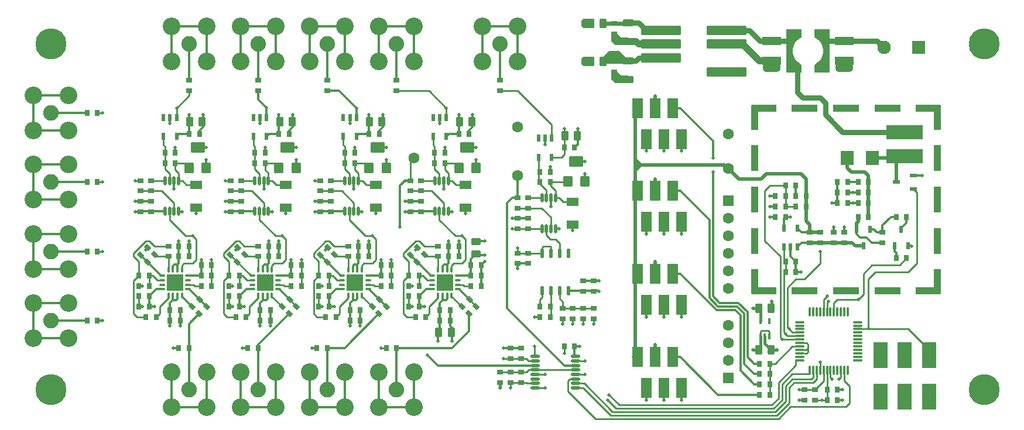
<source format=gtl>
G04*
G04 #@! TF.GenerationSoftware,Altium Limited,Altium Designer,20.1.14 (287)*
G04*
G04 Layer_Physical_Order=1*
G04 Layer_Color=25308*
%FSLAX43Y43*%
%MOMM*%
G71*
G04*
G04 #@! TF.SameCoordinates,785F46E0-C1C1-4AA7-83CD-D68E938E2BB6*
G04*
G04*
G04 #@! TF.FilePolarity,Positive*
G04*
G01*
G75*
%ADD10C,0.500*%
%ADD12C,0.600*%
%ADD13C,0.250*%
%ADD17R,1.500X3.000*%
G04:AMPARAMS|DCode=18|XSize=0.9mm|YSize=0.7mm|CornerRadius=0.105mm|HoleSize=0mm|Usage=FLASHONLY|Rotation=90.000|XOffset=0mm|YOffset=0mm|HoleType=Round|Shape=RoundedRectangle|*
%AMROUNDEDRECTD18*
21,1,0.900,0.490,0,0,90.0*
21,1,0.690,0.700,0,0,90.0*
1,1,0.210,0.245,0.345*
1,1,0.210,0.245,-0.345*
1,1,0.210,-0.245,-0.345*
1,1,0.210,-0.245,0.345*
%
%ADD18ROUNDEDRECTD18*%
G04:AMPARAMS|DCode=19|XSize=0.9mm|YSize=0.7mm|CornerRadius=0.105mm|HoleSize=0mm|Usage=FLASHONLY|Rotation=0.000|XOffset=0mm|YOffset=0mm|HoleType=Round|Shape=RoundedRectangle|*
%AMROUNDEDRECTD19*
21,1,0.900,0.490,0,0,0.0*
21,1,0.690,0.700,0,0,0.0*
1,1,0.210,0.345,-0.245*
1,1,0.210,-0.345,-0.245*
1,1,0.210,-0.345,0.245*
1,1,0.210,0.345,0.245*
%
%ADD19ROUNDEDRECTD19*%
%ADD20R,0.600X1.000*%
G04:AMPARAMS|DCode=21|XSize=3.8mm|YSize=2.1mm|CornerRadius=0.21mm|HoleSize=0mm|Usage=FLASHONLY|Rotation=270.000|XOffset=0mm|YOffset=0mm|HoleType=Round|Shape=RoundedRectangle|*
%AMROUNDEDRECTD21*
21,1,3.800,1.680,0,0,270.0*
21,1,3.380,2.100,0,0,270.0*
1,1,0.420,-0.840,-1.690*
1,1,0.420,-0.840,1.690*
1,1,0.420,0.840,1.690*
1,1,0.420,0.840,-1.690*
%
%ADD21ROUNDEDRECTD21*%
G04:AMPARAMS|DCode=22|XSize=1.4mm|YSize=1mm|CornerRadius=0.15mm|HoleSize=0mm|Usage=FLASHONLY|Rotation=270.000|XOffset=0mm|YOffset=0mm|HoleType=Round|Shape=RoundedRectangle|*
%AMROUNDEDRECTD22*
21,1,1.400,0.700,0,0,270.0*
21,1,1.100,1.000,0,0,270.0*
1,1,0.300,-0.350,-0.550*
1,1,0.300,-0.350,0.550*
1,1,0.300,0.350,0.550*
1,1,0.300,0.350,-0.550*
%
%ADD22ROUNDEDRECTD22*%
G04:AMPARAMS|DCode=23|XSize=1.6mm|YSize=1.1mm|CornerRadius=0.165mm|HoleSize=0mm|Usage=FLASHONLY|Rotation=180.000|XOffset=0mm|YOffset=0mm|HoleType=Round|Shape=RoundedRectangle|*
%AMROUNDEDRECTD23*
21,1,1.600,0.770,0,0,180.0*
21,1,1.270,1.100,0,0,180.0*
1,1,0.330,-0.635,0.385*
1,1,0.330,0.635,0.385*
1,1,0.330,0.635,-0.385*
1,1,0.330,-0.635,-0.385*
%
%ADD23ROUNDEDRECTD23*%
%ADD24R,1.000X3.800*%
%ADD25R,1.000X3.570*%
%ADD26R,3.570X1.000*%
%ADD27R,3.800X1.000*%
G04:AMPARAMS|DCode=28|XSize=1.6mm|YSize=1.3mm|CornerRadius=0.13mm|HoleSize=0mm|Usage=FLASHONLY|Rotation=270.000|XOffset=0mm|YOffset=0mm|HoleType=Round|Shape=RoundedRectangle|*
%AMROUNDEDRECTD28*
21,1,1.600,1.040,0,0,270.0*
21,1,1.340,1.300,0,0,270.0*
1,1,0.260,-0.520,-0.670*
1,1,0.260,-0.520,0.670*
1,1,0.260,0.520,0.670*
1,1,0.260,0.520,-0.670*
%
%ADD28ROUNDEDRECTD28*%
G04:AMPARAMS|DCode=29|XSize=1.6mm|YSize=2mm|CornerRadius=0.16mm|HoleSize=0mm|Usage=FLASHONLY|Rotation=270.000|XOffset=0mm|YOffset=0mm|HoleType=Round|Shape=RoundedRectangle|*
%AMROUNDEDRECTD29*
21,1,1.600,1.680,0,0,270.0*
21,1,1.280,2.000,0,0,270.0*
1,1,0.320,-0.840,-0.640*
1,1,0.320,-0.840,0.640*
1,1,0.320,0.840,0.640*
1,1,0.320,0.840,-0.640*
%
%ADD29ROUNDEDRECTD29*%
%ADD30O,1.450X0.450*%
%ADD31R,0.400X0.900*%
G04:AMPARAMS|DCode=32|XSize=1.4mm|YSize=1mm|CornerRadius=0.15mm|HoleSize=0mm|Usage=FLASHONLY|Rotation=0.000|XOffset=0mm|YOffset=0mm|HoleType=Round|Shape=RoundedRectangle|*
%AMROUNDEDRECTD32*
21,1,1.400,0.700,0,0,0.0*
21,1,1.100,1.000,0,0,0.0*
1,1,0.300,0.550,-0.350*
1,1,0.300,-0.550,-0.350*
1,1,0.300,-0.550,0.350*
1,1,0.300,0.550,0.350*
%
%ADD32ROUNDEDRECTD32*%
%ADD33O,1.450X0.300*%
%ADD34O,0.300X1.450*%
G04:AMPARAMS|DCode=35|XSize=5.7mm|YSize=1.4mm|CornerRadius=0.14mm|HoleSize=0mm|Usage=FLASHONLY|Rotation=0.000|XOffset=0mm|YOffset=0mm|HoleType=Round|Shape=RoundedRectangle|*
%AMROUNDEDRECTD35*
21,1,5.700,1.120,0,0,0.0*
21,1,5.420,1.400,0,0,0.0*
1,1,0.280,2.710,-0.560*
1,1,0.280,-2.710,-0.560*
1,1,0.280,-2.710,0.560*
1,1,0.280,2.710,0.560*
%
%ADD35ROUNDEDRECTD35*%
%ADD36O,0.450X1.350*%
%ADD37O,0.500X1.450*%
G04:AMPARAMS|DCode=38|XSize=0.3mm|YSize=0.8mm|CornerRadius=0.075mm|HoleSize=0mm|Usage=FLASHONLY|Rotation=270.000|XOffset=0mm|YOffset=0mm|HoleType=Round|Shape=RoundedRectangle|*
%AMROUNDEDRECTD38*
21,1,0.300,0.650,0,0,270.0*
21,1,0.150,0.800,0,0,270.0*
1,1,0.150,-0.325,-0.075*
1,1,0.150,-0.325,0.075*
1,1,0.150,0.325,0.075*
1,1,0.150,0.325,-0.075*
%
%ADD38ROUNDEDRECTD38*%
G04:AMPARAMS|DCode=39|XSize=0.3mm|YSize=0.8mm|CornerRadius=0.075mm|HoleSize=0mm|Usage=FLASHONLY|Rotation=180.000|XOffset=0mm|YOffset=0mm|HoleType=Round|Shape=RoundedRectangle|*
%AMROUNDEDRECTD39*
21,1,0.300,0.650,0,0,180.0*
21,1,0.150,0.800,0,0,180.0*
1,1,0.150,-0.075,0.325*
1,1,0.150,0.075,0.325*
1,1,0.150,0.075,-0.325*
1,1,0.150,-0.075,-0.325*
%
%ADD39ROUNDEDRECTD39*%
%ADD40R,2.350X2.350*%
G04:AMPARAMS|DCode=41|XSize=0.9mm|YSize=0.7mm|CornerRadius=0.105mm|HoleSize=0mm|Usage=FLASHONLY|Rotation=135.000|XOffset=0mm|YOffset=0mm|HoleType=Round|Shape=RoundedRectangle|*
%AMROUNDEDRECTD41*
21,1,0.900,0.490,0,0,135.0*
21,1,0.690,0.700,0,0,135.0*
1,1,0.210,-0.071,0.417*
1,1,0.210,0.417,-0.071*
1,1,0.210,0.071,-0.417*
1,1,0.210,-0.417,0.071*
%
%ADD41ROUNDEDRECTD41*%
%ADD42R,1.000X0.600*%
%ADD43R,1.750X1.200*%
%ADD44R,5.300X2.000*%
%ADD45R,1.950X2.150*%
G04:AMPARAMS|DCode=46|XSize=2.75mm|YSize=1.25mm|CornerRadius=0.188mm|HoleSize=0mm|Usage=FLASHONLY|Rotation=180.000|XOffset=0mm|YOffset=0mm|HoleType=Round|Shape=RoundedRectangle|*
%AMROUNDEDRECTD46*
21,1,2.750,0.875,0,0,180.0*
21,1,2.375,1.250,0,0,180.0*
1,1,0.375,-1.188,0.438*
1,1,0.375,1.188,0.438*
1,1,0.375,1.188,-0.438*
1,1,0.375,-1.188,-0.438*
%
%ADD46ROUNDEDRECTD46*%
%ADD85C,0.300*%
%ADD86R,0.900X6.300*%
%ADD87C,0.400*%
%ADD88C,0.800*%
%ADD89C,1.000*%
%ADD90C,1.600*%
%ADD91C,4.500*%
%ADD92C,2.250*%
%ADD93C,2.550*%
%ADD94R,1.950X1.950*%
%ADD95C,1.950*%
%ADD96R,1.600X1.600*%
%ADD97C,0.500*%
G36*
X83000Y58610D02*
Y57300D01*
X82200Y57300D01*
X82110Y57300D01*
X81945Y57368D01*
X81819Y57495D01*
X81750Y57660D01*
Y57750D01*
X81750Y57750D01*
X81750Y58250D01*
X81750Y58340D01*
X81818Y58505D01*
X81945Y58631D01*
X82110Y58700D01*
X82200D01*
X82200Y58700D01*
X82910Y58700D01*
X83000Y58610D01*
D02*
G37*
G36*
X87501Y55950D02*
X88522Y55950D01*
Y54850D01*
X86650D01*
X86050Y55450D01*
Y56500D01*
X86500D01*
X86951Y56500D01*
X87501Y55950D01*
D02*
G37*
G36*
X88111Y53139D02*
X88111Y52500D01*
X84936D01*
X84936Y53186D01*
X85750Y54000D01*
X87250Y54000D01*
X88111Y53139D01*
D02*
G37*
G36*
X83000Y53110D02*
Y51800D01*
X82200Y51800D01*
X82110Y51800D01*
X81945Y51868D01*
X81819Y51995D01*
X81750Y52160D01*
Y52250D01*
X81750Y52250D01*
X81750Y52750D01*
X81750Y52840D01*
X81818Y53005D01*
X81945Y53131D01*
X82110Y53200D01*
X82200D01*
X82200Y53200D01*
X82910Y53200D01*
X83000Y53110D01*
D02*
G37*
G36*
X121000Y51910D02*
X121000Y51401D01*
X120924Y51217D01*
X120783Y51076D01*
X120623Y51010D01*
X120500Y51000D01*
X120500Y51000D01*
X120500Y51000D01*
X119000Y51000D01*
X118901Y51000D01*
X118717Y51076D01*
X118576Y51217D01*
X118500Y51401D01*
X118500Y51500D01*
X118500Y51910D01*
X118590Y52000D01*
X120910D01*
X121000Y51910D01*
D02*
G37*
G36*
X110500D02*
X110500Y51401D01*
X110424Y51217D01*
X110283Y51076D01*
X110123Y51010D01*
X110000Y51000D01*
X110000Y51000D01*
X110000Y51000D01*
X108500Y51000D01*
X108401Y51000D01*
X108217Y51076D01*
X108076Y51217D01*
X108000Y51401D01*
X108000Y51500D01*
X108000Y51910D01*
X108090Y52000D01*
X110410D01*
X110500Y51910D01*
D02*
G37*
G36*
X117650Y50850D02*
X115450D01*
X115450Y50850D01*
Y52016D01*
X115450D01*
X115632Y52113D01*
X115963Y52357D01*
X116244Y52658D01*
X116463Y53007D01*
X116614Y53390D01*
X116690Y53794D01*
X116690Y54206D01*
X116614Y54610D01*
X116463Y54993D01*
X116244Y55342D01*
X115963Y55643D01*
X115631Y55887D01*
X115450Y55984D01*
X115450Y55984D01*
Y57150D01*
X117650D01*
Y50850D01*
D02*
G37*
G36*
X113550Y57150D02*
Y55984D01*
Y55984D01*
X113368Y55887D01*
X113037Y55643D01*
X112756Y55342D01*
X112537Y54993D01*
X112386Y54610D01*
X112310Y54206D01*
X112310Y53794D01*
X112386Y53390D01*
X112537Y53007D01*
X112756Y52658D01*
X113037Y52357D01*
X113369Y52113D01*
X113550Y52016D01*
X113550Y52016D01*
Y50850D01*
X111350D01*
Y57150D01*
X113550D01*
X113550Y57150D01*
D02*
G37*
G36*
X87501Y50450D02*
X88522Y50450D01*
Y49350D01*
X86650D01*
X86050Y49950D01*
Y51000D01*
X86500D01*
X86951Y51000D01*
X87501Y50450D01*
D02*
G37*
D10*
X114250Y33000D02*
Y35500D01*
X89556Y37500D02*
X102500D01*
X114250Y31500D02*
Y33000D01*
X102500Y37500D02*
X103000Y37000D01*
X89500Y37500D02*
Y38250D01*
Y38500D01*
Y38250D02*
X90250Y37500D01*
X89500D02*
X90250D01*
X89500Y45750D02*
X89825D01*
X89500Y36750D02*
Y37500D01*
Y36750D02*
X90250Y37500D01*
X92365Y9750D02*
Y11500D01*
Y33750D02*
Y35500D01*
X89500Y38250D02*
Y45750D01*
X92365Y21750D02*
Y23500D01*
Y45750D02*
Y47500D01*
X89500Y10750D02*
Y36750D01*
X89250Y9750D02*
X89825D01*
X103000Y37000D02*
X104500Y35500D01*
X107750D01*
X108500Y36250D01*
X113500D01*
X114250Y35500D01*
Y29385D02*
Y31500D01*
X120175Y37075D02*
Y38500D01*
X120750Y36500D02*
X122750D01*
X120175Y37075D02*
X120750Y36500D01*
X122750D02*
X123250Y36000D01*
Y35000D02*
Y36000D01*
X123825Y38500D02*
X127300D01*
Y35000D02*
Y38500D01*
X121750Y29311D02*
Y30000D01*
X114750Y27750D02*
X114750Y27750D01*
X120881Y26250D02*
X121331Y25800D01*
X122500D01*
X114750Y27750D02*
X116250D01*
X114750Y26250D02*
X120881D01*
X123250Y35000D02*
X123250Y35000D01*
X114750Y27750D02*
Y28885D01*
X121550Y28200D02*
Y29111D01*
X121750Y29311D01*
X123250Y30000D02*
Y32000D01*
Y33500D01*
X114250Y29385D02*
X114750Y28885D01*
X123250Y33500D02*
Y35000D01*
D12*
X86500Y52500D02*
X88500D01*
X88350Y58000D02*
Y58250D01*
X84900Y58000D02*
X88350D01*
X86500Y52500D02*
X86500Y52500D01*
X84900Y52500D02*
X86500D01*
D13*
X79250Y39000D02*
Y42750D01*
X30970Y24470D02*
X33964Y21475D01*
X62200Y44375D02*
Y45737D01*
X111250Y22000D02*
Y23500D01*
X111050Y23700D02*
X111250Y23500D01*
Y23500D02*
Y23500D01*
X111050Y23700D02*
Y25625D01*
X57000Y38000D02*
X57500Y38500D01*
X57000Y35250D02*
Y38000D01*
X11750Y25000D02*
X11750Y25000D01*
X12500D01*
X52750Y11000D02*
X52750Y11000D01*
X53500D01*
X117750Y6750D02*
X118000Y6500D01*
X117750Y6750D02*
Y7775D01*
X108900Y12650D02*
Y13350D01*
X108750Y13500D02*
X108900Y13350D01*
X107750Y13500D02*
X108750D01*
X107600Y13350D02*
X107750Y13500D01*
X107600Y12650D02*
Y13350D01*
X71500Y5250D02*
X71500Y5250D01*
X71500Y5250D02*
Y6000D01*
X73000D02*
X73750D01*
X71500D02*
X73000D01*
X73750D02*
X73875Y5875D01*
X75075D01*
X80925Y9125D02*
X82250D01*
X79250Y10250D02*
X79250Y10250D01*
Y11250D01*
X75000Y9850D02*
X75075Y9775D01*
X75000Y9850D02*
Y11250D01*
X120500Y3000D02*
Y5500D01*
X112000Y2500D02*
X120000D01*
X120500Y3000D01*
X119750Y6250D02*
X120500Y5500D01*
X80925Y7175D02*
X82250D01*
X115500Y3500D02*
X117250D01*
X115500Y3500D02*
X115500Y3500D01*
X82125Y5875D02*
X86250Y1750D01*
X82025Y5225D02*
X86000Y1250D01*
X80925Y5225D02*
X82025D01*
X109250Y2750D02*
X110250Y3750D01*
X85750Y4250D02*
X87250Y2750D01*
X109250D01*
X85500Y3500D02*
X86750Y2250D01*
X109500D02*
X110750Y3500D01*
X86750Y2250D02*
X109500D01*
X109750Y1750D02*
X111250Y3250D01*
X86250Y1750D02*
X109750D01*
X86000Y1250D02*
X110000Y1250D01*
X111750Y3000D01*
X110250Y750D02*
X112000Y2500D01*
X79750Y4750D02*
X83750Y750D01*
X110250D01*
X78875Y38625D02*
X79250Y39000D01*
X77450Y38625D02*
X78875D01*
X79650Y35000D02*
X79750Y35100D01*
X77250Y35000D02*
X79650D01*
X75550Y36500D02*
Y38625D01*
Y35200D02*
Y36500D01*
X75750Y34750D02*
X76675Y33825D01*
X75750Y34750D02*
Y35000D01*
X76675Y32725D02*
Y33825D01*
X77250Y34500D02*
Y35000D01*
X77975Y32725D02*
Y33775D01*
X77250Y34500D02*
X77975Y33775D01*
Y32725D02*
X78525D01*
X79100Y32150D01*
X80500D01*
X123500Y13750D02*
X129000D01*
X132000Y10000D02*
Y10750D01*
X129000Y13750D02*
X132000Y10750D01*
X111250Y31500D02*
Y34500D01*
X118250Y17500D02*
X118750Y18000D01*
X121750D02*
X122500Y18750D01*
X118750Y18000D02*
X121750D01*
X118250Y16225D02*
Y17500D01*
X123000Y13750D02*
X123500D01*
X123250Y14000D02*
X123500Y13750D01*
X123250Y14000D02*
Y21000D01*
X123000Y13750D02*
X123250Y14000D01*
Y21000D02*
X124250Y22000D01*
X116750Y16225D02*
Y18000D01*
X117250Y18500D01*
X119000Y6500D02*
X119250Y6750D01*
X119750Y6250D02*
Y7775D01*
X119250Y6750D02*
Y7775D01*
X111500Y14000D02*
X111750Y13750D01*
X111000Y13250D02*
X111250Y13000D01*
X110500Y12500D02*
Y24250D01*
Y12500D02*
X110750Y12250D01*
X111750Y13750D02*
X112250Y13250D01*
X113275D01*
X111250Y13000D02*
X111500Y12750D01*
X113275D01*
X110750Y12250D02*
X110750Y12250D01*
X113275D01*
X111000Y13250D02*
Y21750D01*
X111500Y14000D02*
Y19750D01*
X116250Y9000D02*
X116250Y9000D01*
X116250Y7775D02*
Y9000D01*
X116750Y6250D02*
Y7775D01*
X115500Y5000D02*
X116750Y6250D01*
X117250Y5000D02*
X117250Y5000D01*
Y7775D01*
X112500Y6000D02*
X115250D01*
X111750Y5250D02*
X112500Y6000D01*
X111750Y3000D02*
Y5250D01*
X112250Y6500D02*
X115000D01*
X111250Y3250D02*
Y5500D01*
X112250Y6500D01*
X110750Y3500D02*
Y5750D01*
X112250Y7250D02*
X114750D01*
X110750Y5750D02*
X112250Y7250D01*
X112750Y8500D02*
Y9250D01*
X110250Y3750D02*
Y6000D01*
X112750Y8500D01*
X113250Y5000D02*
X114000D01*
X115500D01*
X75075Y5225D02*
X76500D01*
X75075Y7175D02*
X76500D01*
X80925Y5875D02*
X82125D01*
X79750Y4750D02*
Y6250D01*
X80025Y6525D01*
X80925D01*
X24500Y27250D02*
X25500D01*
X22175Y29575D02*
Y30775D01*
Y29575D02*
X24500Y27250D01*
X37500D02*
X38500D01*
X35175Y29575D02*
X37500Y27250D01*
X35175Y29575D02*
Y30775D01*
X63500Y27250D02*
X64500D01*
X61175Y29575D02*
Y30775D01*
Y29575D02*
X63500Y27250D01*
X50500D02*
X51500D01*
X48175Y29575D02*
Y30775D01*
Y29575D02*
X50500Y27250D01*
X75550Y35200D02*
X75750Y35000D01*
X71750Y28250D02*
X72500D01*
X61175Y35225D02*
Y36232D01*
X60500Y36907D02*
X61175Y36232D01*
X60500Y36907D02*
Y39250D01*
X62475Y35225D02*
Y36318D01*
X62000Y36793D02*
Y37750D01*
Y36793D02*
X62475Y36318D01*
X74000Y32750D02*
X74025Y32725D01*
X76025D01*
X74000Y28250D02*
X76000D01*
X72500D02*
X74000D01*
X76000D02*
X76025Y28275D01*
X72500Y31250D02*
X76000D01*
X77325Y28275D02*
Y29925D01*
X76000Y31250D02*
X77325Y29925D01*
X72500Y24725D02*
X76095D01*
Y25595D02*
X76250Y25750D01*
X77250D02*
X77365Y25635D01*
X76250Y25750D02*
X77250D01*
X78000Y26750D02*
X78635Y26115D01*
Y24725D02*
Y26115D01*
X77250Y26750D02*
X78000D01*
X76675Y27325D02*
Y28275D01*
Y27325D02*
X77250Y26750D01*
X77365Y24725D02*
Y25635D01*
X76095Y24725D02*
Y25595D01*
X72500Y24725D02*
Y25500D01*
X76095Y18345D02*
Y19275D01*
X75750Y18000D02*
X76095Y18345D01*
X75750Y17000D02*
Y18000D01*
X77365Y15615D02*
Y19275D01*
X77250Y15500D02*
X77365Y15615D01*
X79000Y16750D02*
Y17750D01*
X78635Y18115D02*
X79000Y17750D01*
X78635Y18115D02*
Y19275D01*
X82000Y16750D02*
X83500D01*
X80500D02*
X82000D01*
X79000D02*
X80500D01*
X83500Y14500D02*
Y15250D01*
X83500Y14500D02*
X83500Y14500D01*
X82000Y15250D02*
X82000Y15250D01*
X82000Y14500D02*
Y15250D01*
X80500D02*
X80500Y15250D01*
X80500Y14500D02*
Y15250D01*
X79000Y15250D02*
X79000Y15250D01*
X79000Y14500D02*
Y15250D01*
X70000Y48250D02*
X72500D01*
X72500Y48250D01*
X77450Y43300D01*
Y41375D02*
Y43300D01*
X56000Y24750D02*
X57750Y26500D01*
X56000Y24250D02*
Y24750D01*
X73000Y9500D02*
X73750D01*
X74125Y9125D01*
X75075D01*
X73000Y7500D02*
X73750D01*
X74075Y7825D01*
X75075D01*
X71500Y9500D02*
X73000D01*
X70500D02*
X71500D01*
X75075Y7825D02*
X80925D01*
X71500Y7500D02*
X73000D01*
X70000D02*
X71500D01*
X112750Y9250D02*
X113275D01*
X114750Y7250D02*
Y7775D01*
X115250Y6000D02*
X115750Y6500D01*
Y7775D01*
X115000Y6500D02*
X115250Y6750D01*
Y7775D01*
X112250Y11250D02*
X113275D01*
X109750Y8750D02*
X112250Y11250D01*
X109000Y8750D02*
X109750D01*
X109000Y7250D02*
Y8750D01*
Y5750D02*
Y7250D01*
Y4250D02*
Y5750D01*
X55000Y48250D02*
X59687D01*
X62200Y45737D01*
X25000Y47546D02*
Y48250D01*
X23200Y45746D02*
X25000Y47546D01*
X23200Y44375D02*
Y45746D01*
X17750Y17000D02*
X17750Y17000D01*
X17000Y16000D02*
X17500Y15500D01*
X17000Y24250D02*
X17750Y23500D01*
X17000Y24250D02*
Y24750D01*
X18250Y20000D02*
X18250Y20000D01*
X19250Y21500D02*
X19250Y21500D01*
X19250Y21500D02*
X19750D01*
X18750Y25250D02*
Y25250D01*
X19250Y26500D02*
X20000Y25750D01*
X18750Y26500D02*
X19250D01*
X20750Y16000D02*
Y17000D01*
X22025Y18275D02*
Y18625D01*
X20425Y20825D02*
X21125D01*
X22000Y22400D02*
X22025Y22375D01*
X20964Y21475D02*
X21125D01*
X20311Y24250D02*
X22000D01*
X23975Y18464D02*
Y18625D01*
Y22375D02*
Y22975D01*
X25651Y20175D02*
X25826Y20000D01*
X24875Y19525D02*
X25036D01*
X24875Y20175D02*
X25651D01*
X17750Y17000D02*
Y18500D01*
X17000Y20750D02*
X17750Y21500D01*
X17000Y16000D02*
Y20750D01*
X19250Y20000D02*
Y21500D01*
X18750Y25250D02*
X19030Y25530D01*
X20750Y17000D02*
X22025Y18275D01*
X25500Y23250D02*
X26000Y23750D01*
Y26750D01*
X26530Y18030D02*
X27530Y17030D01*
X17750Y21500D02*
Y23500D01*
X22000Y22400D02*
Y24250D01*
X17500Y15500D02*
X18750D01*
X17750Y17000D02*
X18250D01*
X20250Y15500D02*
X20750Y16000D01*
X17750Y20000D02*
X18250D01*
X20030Y24530D02*
X20311Y24250D01*
X20000Y25750D02*
X22000D01*
X25826Y20000D02*
X26750D01*
X28250Y23750D02*
X28250Y23750D01*
X19750Y21500D02*
X20425Y20825D01*
X23975Y22975D02*
X24250Y23250D01*
X17970Y24470D02*
X20964Y21475D01*
X28250Y20000D02*
Y23750D01*
X23975Y18464D02*
X25470Y16970D01*
X25036Y19525D02*
X26530Y18030D01*
X17000Y24750D02*
X18750Y26500D01*
X24250Y23250D02*
X25500D01*
X12500Y25000D02*
X12500Y25000D01*
X11750Y25000D02*
X12500D01*
X11750Y35000D02*
X12500D01*
X12500Y45000D02*
X12500Y45000D01*
X11750Y45000D02*
X12500D01*
X25500Y27250D02*
X26000Y26750D01*
X64500Y27250D02*
X65000Y26750D01*
X51500Y27250D02*
X52000Y26750D01*
X38500Y27250D02*
X39000Y26750D01*
X117250Y17500D02*
X117500Y17750D01*
X117250Y16225D02*
Y17500D01*
X108250Y26500D02*
X110500Y24250D01*
X111500Y19750D02*
X112750Y21000D01*
X111000Y21750D02*
X111250Y22000D01*
X113275Y10750D02*
X114265D01*
X116250Y23250D02*
Y25000D01*
X114324Y11750D02*
X114533Y11541D01*
X112750Y21000D02*
X114000D01*
X114533Y10496D02*
Y11019D01*
X113275Y11750D02*
X114324D01*
X114265Y10750D02*
X114533Y11019D01*
X114010Y10250D02*
X114287D01*
X114000Y21000D02*
X116250Y23250D01*
X114533Y11019D02*
Y11541D01*
X114287Y10250D02*
X114533Y10496D01*
X124250Y22000D02*
X129000D01*
X130250Y23250D01*
Y33500D01*
X122500Y18750D02*
Y21750D01*
X123750Y23000D02*
X127750D01*
X122500Y21750D02*
X123750Y23000D01*
X129700Y34050D02*
X130250Y33500D01*
X121725Y13750D02*
X123000D01*
X127750Y23000D02*
X128750Y24000D01*
X108250Y26500D02*
Y33750D01*
X111250Y34500D02*
X111250Y34500D01*
X109000Y34500D02*
X111250D01*
X108250Y33750D02*
X109000Y34500D01*
X117250Y3500D02*
Y5000D01*
X111250Y31500D02*
X111250Y31500D01*
X112750D01*
X59250Y15500D02*
X59750Y16000D01*
X43000Y16000D02*
X43500Y15500D01*
X33250D02*
X33750Y16000D01*
X30500Y15500D02*
X31750D01*
X56750Y17000D02*
X57250D01*
X56750Y17000D02*
X56750Y17000D01*
X52530Y18030D02*
X53530Y17030D01*
X46750Y17000D02*
X48025Y18275D01*
X43750Y17000D02*
X43750Y17000D01*
X30750D02*
X31250D01*
X30750Y17000D02*
X30750Y17000D01*
X64826Y20000D02*
X65750D01*
X63875Y19525D02*
X64036D01*
X56750Y20000D02*
X57250D01*
X57250Y20000D01*
X50875Y20175D02*
X51651D01*
X51826Y20000D01*
X50875Y19525D02*
X51036D01*
X38651Y20175D02*
X38826Y20000D01*
X39750D01*
X30750D02*
X31250D01*
X31250Y20000D01*
X58750Y21500D02*
X59425Y20825D01*
X60125D01*
X59964Y21475D02*
X60125D01*
X58250Y21500D02*
X58250Y21500D01*
X46425Y20825D02*
X47125D01*
X46964Y21475D02*
X47125D01*
X45250Y21500D02*
X45250Y21500D01*
X45250Y21500D02*
X45750D01*
X43000Y20750D02*
X43750Y21500D01*
X32250D02*
X32250Y21500D01*
X32750Y21500D02*
X33425Y20825D01*
X32250Y21500D02*
X32750D01*
X62975Y22975D02*
X63250Y23250D01*
X54250Y23750D02*
X54250Y23750D01*
X51500Y23250D02*
X52000Y23750D01*
X43000Y24250D02*
X43750Y23500D01*
X41250Y23750D02*
X41250Y23750D01*
X38500Y23250D02*
X39000Y23750D01*
X36975Y22975D02*
X37250Y23250D01*
X57750Y25250D02*
Y25250D01*
X58030Y25530D01*
X44750Y25250D02*
Y25250D01*
X45030Y25530D01*
X31750Y25250D02*
Y25250D01*
X61825Y30775D02*
Y31990D01*
X48825Y30775D02*
Y31990D01*
X35825Y30775D02*
Y31990D01*
X22825Y30775D02*
Y31990D01*
X45500Y33750D02*
Y33750D01*
X32500Y33750D02*
Y33750D01*
X18000D02*
X19500D01*
Y33750D02*
Y33750D01*
X49475Y35225D02*
Y36318D01*
Y35225D02*
X50044D01*
X47500Y35250D02*
X47525Y35225D01*
X44000Y35250D02*
X44000Y35250D01*
X43250Y35250D02*
X44000D01*
X36475Y35225D02*
Y36318D01*
Y35225D02*
X37044D01*
X35175D02*
Y36232D01*
X34500Y35250D02*
X34525Y35225D01*
X31000Y35250D02*
X31000Y35250D01*
X30250Y35250D02*
X31000D01*
X23475Y35225D02*
Y36318D01*
X22175Y35225D02*
Y36232D01*
X21500Y35250D02*
X21525Y35225D01*
X18000Y35250D02*
X18000Y35250D01*
X64000Y37100D02*
Y37750D01*
X51000Y37100D02*
Y37750D01*
X38000Y37100D02*
Y37750D01*
X25000Y37100D02*
Y37750D01*
X47300Y40385D02*
X47500Y40185D01*
Y39250D02*
Y40185D01*
X34300Y40385D02*
X34500Y40185D01*
Y39250D02*
Y40185D01*
X21300Y40385D02*
X21500Y40185D01*
Y39250D02*
Y40185D01*
X56000Y16000D02*
X56500Y15500D01*
X57750D01*
X43500D02*
X44750D01*
X46250D02*
X46750Y16000D01*
X30000Y16000D02*
X30500Y15500D01*
X65530Y18030D02*
X66530Y17030D01*
X59750Y17000D02*
X61025Y18275D01*
X39530Y18030D02*
X40530Y17030D01*
X43750Y17000D02*
X44250D01*
X33750Y17000D02*
X35025Y18275D01*
X63875Y20175D02*
X64651D01*
X64826Y20000D01*
X51826D02*
X52750D01*
X43750D02*
X44250D01*
X44250Y20000D01*
X37875Y20175D02*
X38651D01*
X37875Y19525D02*
X38036D01*
X56000Y20750D02*
X56750Y21500D01*
X58250D02*
X58750D01*
X45750D02*
X46425Y20825D01*
X33425D02*
X34125D01*
X33964Y21475D02*
X34125D01*
X30000Y20750D02*
X30750Y21500D01*
X64500Y23250D02*
X65000Y23750D01*
X56000Y24250D02*
X56750Y23500D01*
X59311Y24250D02*
X61000D01*
X49975Y22975D02*
X50250Y23250D01*
X51500D01*
X33311Y24250D02*
X35000D01*
X37250Y23250D02*
X38500D01*
X30000Y24250D02*
X30750Y23500D01*
X59000Y25750D02*
X61000D01*
X33000D02*
X35000D01*
X31750Y25250D02*
X32030Y25530D01*
X57000Y33750D02*
X58500D01*
Y33750D02*
Y33750D01*
Y33750D02*
X60065D01*
X44000Y33750D02*
X45500D01*
Y33750D02*
X47065D01*
X32500D02*
X34065D01*
X19500D02*
X21065D01*
X58500Y35250D02*
X60500D01*
X60525Y35225D01*
X62475D02*
X63044D01*
X48175D02*
Y36232D01*
X32500Y35250D02*
X34500D01*
X23475Y35225D02*
X24044D01*
X17250Y35250D02*
X18000D01*
X19500D02*
X21500D01*
X49000Y37750D02*
X51000D01*
X36000D02*
X38000D01*
X60300Y40385D02*
X60500Y40185D01*
Y39250D02*
Y40185D01*
X63250Y23250D02*
X64500D01*
X46311Y24250D02*
X48000D01*
X46000Y25750D02*
X48000D01*
X31000Y33750D02*
X32500D01*
X45500Y35250D02*
X47500D01*
X62000Y37750D02*
X64000D01*
X23000D02*
X25000D01*
X62975Y18464D02*
Y18625D01*
X61025Y18275D02*
Y18625D01*
X59750Y16000D02*
Y17000D01*
X56750Y17000D02*
Y18500D01*
X49975Y18464D02*
Y18625D01*
X48025Y18275D02*
Y18625D01*
X46750Y16000D02*
Y17000D01*
X43750Y17000D02*
Y18500D01*
X36975Y18464D02*
Y18625D01*
X35025Y18275D02*
Y18625D01*
X33750Y16000D02*
Y17000D01*
X30750Y17000D02*
Y18500D01*
X65000Y23750D02*
Y26750D01*
X62975Y22375D02*
Y22975D01*
X61000Y22400D02*
Y24250D01*
Y22400D02*
X61025Y22375D01*
X59030Y24530D02*
X59311Y24250D01*
X57750Y26500D02*
X58250D01*
X56750Y21500D02*
Y23500D01*
X58250Y20000D02*
Y21500D01*
X54250Y20000D02*
Y23750D01*
X52000Y23750D02*
Y26750D01*
X49975Y22375D02*
Y22975D01*
X48000Y22400D02*
Y24250D01*
Y22400D02*
X48025Y22375D01*
X44750Y26500D02*
X45250D01*
X46000Y25750D01*
X45250Y20000D02*
Y21500D01*
X43000Y24250D02*
Y24750D01*
X43750Y21500D02*
Y23500D01*
X41250Y20000D02*
Y23750D01*
X39000Y23750D02*
Y26750D01*
X36975Y22375D02*
Y22975D01*
X35000Y22400D02*
Y24250D01*
Y22400D02*
X35025Y22375D01*
X32250Y26500D02*
X33000Y25750D01*
X32250Y20000D02*
Y21500D01*
X33030Y24530D02*
X33311Y24250D01*
X30750Y21500D02*
Y23500D01*
X63044Y35225D02*
X63619Y34650D01*
X50619D02*
X52000D01*
X49000Y36793D02*
X49475Y36318D01*
X37044Y35225D02*
X37619Y34650D01*
X34500Y36907D02*
X35175Y36232D01*
X24044Y35225D02*
X24619Y34650D01*
X23000Y36793D02*
X23475Y36318D01*
X60300Y40385D02*
Y41625D01*
X47300Y40385D02*
Y41625D01*
X34300Y40385D02*
Y41625D01*
X21300Y40385D02*
Y41625D01*
X49975Y18464D02*
X51470Y16970D01*
X36975Y18464D02*
X38470Y16970D01*
X58250Y26500D02*
X59000Y25750D01*
X56970Y24470D02*
X59964Y21475D01*
X43000Y24750D02*
X44750Y26500D01*
X46030Y24530D02*
X46311Y24250D01*
X43970Y24470D02*
X46964Y21475D01*
X31750Y26500D02*
X32250D01*
X30000Y24250D02*
Y24750D01*
X60065Y33750D02*
X61825Y31990D01*
X50044Y35225D02*
X50619Y34650D01*
X47500Y36907D02*
X48175Y36232D01*
X36000Y36793D02*
X36475Y36318D01*
X37619Y34650D02*
X39000D01*
X34065Y33750D02*
X35825Y31990D01*
X24619Y34650D02*
X26000D01*
X21500Y36907D02*
X22175Y36232D01*
X62975Y18464D02*
X64470Y16970D01*
X30000Y24750D02*
X31750Y26500D01*
X63619Y34650D02*
X65000D01*
X47065Y33750D02*
X48825Y31990D01*
X21065Y33750D02*
X22825Y31990D01*
X56000Y16000D02*
Y20750D01*
X43000Y16000D02*
Y20750D01*
X49000Y36793D02*
Y37750D01*
X47500Y36907D02*
Y39250D01*
X34500Y36907D02*
Y39250D01*
X23000Y36793D02*
Y37750D01*
X21500Y36907D02*
Y39250D01*
X64036Y19525D02*
X65530Y18030D01*
X51036Y19525D02*
X52530Y18030D01*
X30000Y16000D02*
Y20750D01*
X36000Y36793D02*
Y37750D01*
X38036Y19525D02*
X39530Y18030D01*
D17*
X89825Y9750D02*
D03*
X92365D02*
D03*
X91095Y5250D02*
D03*
X93635D02*
D03*
X96175D02*
D03*
X94905Y9750D02*
D03*
X89825Y21750D02*
D03*
X92365D02*
D03*
X91095Y17250D02*
D03*
X93635D02*
D03*
X96175D02*
D03*
X94905Y21750D02*
D03*
Y33750D02*
D03*
X96175Y29250D02*
D03*
X93635D02*
D03*
X91095D02*
D03*
X92365Y33750D02*
D03*
X89825D02*
D03*
X94905Y45750D02*
D03*
X96175Y41250D02*
D03*
X93635D02*
D03*
X91095D02*
D03*
X92365Y45750D02*
D03*
X89825D02*
D03*
D18*
X10250Y45000D02*
D03*
X11750D02*
D03*
X10250Y35000D02*
D03*
X11750D02*
D03*
X10250Y25000D02*
D03*
X11750D02*
D03*
X10250Y15000D02*
D03*
X11750D02*
D03*
X79250Y40000D02*
D03*
X80750D02*
D03*
X107500Y8750D02*
D03*
X109000D02*
D03*
X107500Y7250D02*
D03*
X109000D02*
D03*
X107500Y5750D02*
D03*
X109000D02*
D03*
X107500Y4250D02*
D03*
X109000D02*
D03*
X109750Y31500D02*
D03*
X111250D02*
D03*
Y34500D02*
D03*
X112750D02*
D03*
Y33000D02*
D03*
X114250D02*
D03*
X112750Y23500D02*
D03*
X111250D02*
D03*
X127250Y30000D02*
D03*
X128750D02*
D03*
X127250Y24000D02*
D03*
X128750D02*
D03*
X123250Y30000D02*
D03*
X121750D02*
D03*
X120250Y32000D02*
D03*
X118750D02*
D03*
X118750Y35000D02*
D03*
X120250D02*
D03*
X121750D02*
D03*
X123250D02*
D03*
X77250Y36500D02*
D03*
X75750D02*
D03*
X75750Y15500D02*
D03*
X77250D02*
D03*
X77250Y17000D02*
D03*
X75750D02*
D03*
X60500Y39250D02*
D03*
X62000D02*
D03*
X47500D02*
D03*
X49000D02*
D03*
X34500D02*
D03*
X36000D02*
D03*
X23000D02*
D03*
X21500D02*
D03*
X44750Y15500D02*
D03*
X46250D02*
D03*
X31750D02*
D03*
X33250D02*
D03*
X20250D02*
D03*
X18750D02*
D03*
X65750Y20000D02*
D03*
X67250D02*
D03*
X52750D02*
D03*
X54250D02*
D03*
X39750D02*
D03*
X41250D02*
D03*
X28250D02*
D03*
X26750D02*
D03*
X58250Y21500D02*
D03*
X56750D02*
D03*
X45250D02*
D03*
X43750D02*
D03*
X32250D02*
D03*
X30750D02*
D03*
X17750D02*
D03*
X19250D02*
D03*
X57750Y15500D02*
D03*
X59250D02*
D03*
X55000Y11000D02*
D03*
X53500D02*
D03*
X45000D02*
D03*
X43500D02*
D03*
X35000D02*
D03*
X33500D02*
D03*
X23500D02*
D03*
X25000D02*
D03*
X80750Y11250D02*
D03*
X79250D02*
D03*
X117250Y5000D02*
D03*
X118750D02*
D03*
X117250Y3500D02*
D03*
X118750D02*
D03*
X109750Y33000D02*
D03*
X111250D02*
D03*
X112750Y31500D02*
D03*
X114250D02*
D03*
X112750Y22000D02*
D03*
X111250D02*
D03*
X109750Y30000D02*
D03*
X111250D02*
D03*
X121750Y32000D02*
D03*
X123250D02*
D03*
X121750Y33500D02*
D03*
X123250D02*
D03*
X120250Y33500D02*
D03*
X118750D02*
D03*
X77250Y35000D02*
D03*
X75750D02*
D03*
X64000Y42000D02*
D03*
X65500D02*
D03*
X51000D02*
D03*
X52500D02*
D03*
X38000D02*
D03*
X39500D02*
D03*
X26500D02*
D03*
X25000D02*
D03*
X60500Y37750D02*
D03*
X62000D02*
D03*
X47500D02*
D03*
X49000D02*
D03*
X34500D02*
D03*
X36000D02*
D03*
X23000D02*
D03*
X21500D02*
D03*
X58250Y20000D02*
D03*
X56750D02*
D03*
X45250D02*
D03*
X43750D02*
D03*
X32250D02*
D03*
X30750D02*
D03*
X17750D02*
D03*
X19250D02*
D03*
X65750Y21500D02*
D03*
X67250D02*
D03*
X52750D02*
D03*
X54250D02*
D03*
X39750D02*
D03*
X41250D02*
D03*
X28250D02*
D03*
X26750D02*
D03*
X62500Y24250D02*
D03*
X64000D02*
D03*
X49500D02*
D03*
X51000D02*
D03*
X36500D02*
D03*
X38000D02*
D03*
X25000D02*
D03*
X23500D02*
D03*
X65750Y23000D02*
D03*
X67250D02*
D03*
X52750D02*
D03*
X54250D02*
D03*
X39750D02*
D03*
X41250D02*
D03*
X28250D02*
D03*
X26750D02*
D03*
X62500Y25750D02*
D03*
X64000D02*
D03*
X49500D02*
D03*
X51000D02*
D03*
X36500D02*
D03*
X38000D02*
D03*
X25000D02*
D03*
X23500D02*
D03*
X58250Y18500D02*
D03*
X56750D02*
D03*
X45250D02*
D03*
X43750D02*
D03*
X32250D02*
D03*
X30750D02*
D03*
X17750D02*
D03*
X19250D02*
D03*
X61250Y15000D02*
D03*
X62750D02*
D03*
X48250D02*
D03*
X49750D02*
D03*
X35250D02*
D03*
X36750D02*
D03*
X23750D02*
D03*
X22250D02*
D03*
X58250Y17000D02*
D03*
X56750D02*
D03*
X45250D02*
D03*
X43750D02*
D03*
X32250D02*
D03*
X30750D02*
D03*
X17750D02*
D03*
X19250D02*
D03*
X61250Y16500D02*
D03*
X62750D02*
D03*
X48250D02*
D03*
X49750D02*
D03*
X35250D02*
D03*
X36750D02*
D03*
X23750D02*
D03*
X22250D02*
D03*
D19*
X70000Y48250D02*
D03*
Y49750D02*
D03*
X55000D02*
D03*
Y48250D02*
D03*
X45000Y49750D02*
D03*
Y48250D02*
D03*
X35000Y49750D02*
D03*
Y48250D02*
D03*
X25000Y49750D02*
D03*
Y48250D02*
D03*
X70000Y6000D02*
D03*
Y7500D02*
D03*
X72500Y28250D02*
D03*
Y29750D02*
D03*
X74000Y28250D02*
D03*
Y29750D02*
D03*
X115500Y3500D02*
D03*
Y5000D02*
D03*
X116250Y26250D02*
D03*
Y27750D02*
D03*
X125250Y26250D02*
D03*
Y27750D02*
D03*
X74000Y31250D02*
D03*
Y32750D02*
D03*
X72500Y32750D02*
D03*
Y31250D02*
D03*
X83500Y15250D02*
D03*
Y16750D02*
D03*
X82000Y15250D02*
D03*
Y16750D02*
D03*
X80500Y15250D02*
D03*
Y16750D02*
D03*
X79000Y15250D02*
D03*
Y16750D02*
D03*
X58500Y35250D02*
D03*
Y33750D02*
D03*
X45500Y35250D02*
D03*
Y33750D02*
D03*
X32500Y35250D02*
D03*
Y33750D02*
D03*
X19500D02*
D03*
Y35250D02*
D03*
X57000Y33750D02*
D03*
Y35250D02*
D03*
X44000Y33750D02*
D03*
Y35250D02*
D03*
X31000Y33750D02*
D03*
Y35250D02*
D03*
X18000D02*
D03*
Y33750D02*
D03*
X71500Y7500D02*
D03*
Y6000D02*
D03*
X73000Y7500D02*
D03*
Y6000D02*
D03*
X71500Y9500D02*
D03*
Y11000D02*
D03*
X114000Y5000D02*
D03*
Y3500D02*
D03*
X73000Y9500D02*
D03*
Y11000D02*
D03*
X86500Y56500D02*
D03*
Y58000D02*
D03*
Y51000D02*
D03*
Y52500D02*
D03*
X114750Y26250D02*
D03*
Y27750D02*
D03*
X118250Y26250D02*
D03*
Y27750D02*
D03*
X119750Y26250D02*
D03*
Y27750D02*
D03*
X83500Y20750D02*
D03*
Y19250D02*
D03*
X82000Y20750D02*
D03*
Y19250D02*
D03*
X72500Y23250D02*
D03*
Y24750D02*
D03*
X74000Y23250D02*
D03*
Y24750D02*
D03*
X58500Y30750D02*
D03*
Y32250D02*
D03*
X45500Y30750D02*
D03*
Y32250D02*
D03*
X32500Y30750D02*
D03*
Y32250D02*
D03*
X19500D02*
D03*
Y30750D02*
D03*
X57000D02*
D03*
Y32250D02*
D03*
X44000Y30750D02*
D03*
Y32250D02*
D03*
X31000Y30750D02*
D03*
Y32250D02*
D03*
X18000D02*
D03*
Y30750D02*
D03*
X61000Y24250D02*
D03*
Y25750D02*
D03*
X48000Y24250D02*
D03*
Y25750D02*
D03*
X35000Y24250D02*
D03*
Y25750D02*
D03*
X22000D02*
D03*
Y24250D02*
D03*
D20*
X77450Y41375D02*
D03*
X76500D02*
D03*
X75550D02*
D03*
Y38625D02*
D03*
X77450D02*
D03*
X111050Y25625D02*
D03*
X112000D02*
D03*
X112950D02*
D03*
Y28375D02*
D03*
X111050D02*
D03*
X62200Y41625D02*
D03*
X60300D02*
D03*
Y44375D02*
D03*
X61250D02*
D03*
X62200D02*
D03*
X49200Y41625D02*
D03*
X47300D02*
D03*
Y44375D02*
D03*
X48250D02*
D03*
X49200D02*
D03*
X36200Y41625D02*
D03*
X34300D02*
D03*
Y44375D02*
D03*
X35250D02*
D03*
X36200D02*
D03*
X23200D02*
D03*
X22250D02*
D03*
X21300D02*
D03*
Y41625D02*
D03*
X23200D02*
D03*
X128000Y28200D02*
D03*
X128950Y25800D02*
D03*
X127050D02*
D03*
X123450Y28200D02*
D03*
X121550D02*
D03*
X122500Y25800D02*
D03*
D21*
X125000Y10000D02*
D03*
X132000D02*
D03*
Y4000D02*
D03*
X125000D02*
D03*
X128500Y10000D02*
D03*
Y4000D02*
D03*
D22*
X84900Y58000D02*
D03*
X83100D02*
D03*
X81150Y41750D02*
D03*
X79350D02*
D03*
X84900Y52500D02*
D03*
X83100D02*
D03*
X25100Y43750D02*
D03*
X26900D02*
D03*
X61100Y13250D02*
D03*
X62900D02*
D03*
X65900Y43750D02*
D03*
X64100D02*
D03*
X52900D02*
D03*
X51100D02*
D03*
X39900D02*
D03*
X38100D02*
D03*
X107350Y16750D02*
D03*
X109150D02*
D03*
X107350Y10750D02*
D03*
X109150D02*
D03*
D23*
X88500Y52600D02*
D03*
Y49900D02*
D03*
Y58100D02*
D03*
Y55400D02*
D03*
D24*
X133170Y32500D02*
D03*
Y38500D02*
D03*
Y26500D02*
D03*
X106830Y38500D02*
D03*
Y26500D02*
D03*
Y32500D02*
D03*
D25*
X133170Y44385D02*
D03*
Y20615D02*
D03*
X106830Y44385D02*
D03*
Y20615D02*
D03*
D26*
X131885Y45670D02*
D03*
X108115D02*
D03*
Y19330D02*
D03*
X131885D02*
D03*
D27*
X126000Y45670D02*
D03*
X114000D02*
D03*
X120000D02*
D03*
X114000Y19330D02*
D03*
X126000D02*
D03*
X120000D02*
D03*
D28*
X79750Y35100D02*
D03*
X82250D02*
D03*
X64000Y37100D02*
D03*
X66500D02*
D03*
X51000D02*
D03*
X53500D02*
D03*
X38000D02*
D03*
X40500D02*
D03*
X27500D02*
D03*
X25000D02*
D03*
D29*
X81000Y38000D02*
D03*
X65250Y40000D02*
D03*
X52250D02*
D03*
X39250D02*
D03*
X26250D02*
D03*
D30*
X80925Y5225D02*
D03*
Y5875D02*
D03*
Y6525D02*
D03*
Y7175D02*
D03*
Y7825D02*
D03*
Y8475D02*
D03*
Y9125D02*
D03*
Y9775D02*
D03*
X75075Y5225D02*
D03*
Y5875D02*
D03*
Y6525D02*
D03*
Y7175D02*
D03*
Y7825D02*
D03*
Y8475D02*
D03*
Y9125D02*
D03*
Y9775D02*
D03*
D31*
X107600Y12650D02*
D03*
X108250D02*
D03*
X108900D02*
D03*
Y14850D02*
D03*
X107600D02*
D03*
D32*
X66500Y24600D02*
D03*
Y26400D02*
D03*
D33*
X113275Y9250D02*
D03*
Y9750D02*
D03*
Y10250D02*
D03*
Y10750D02*
D03*
Y11250D02*
D03*
Y11750D02*
D03*
Y12250D02*
D03*
Y12750D02*
D03*
Y13250D02*
D03*
Y13750D02*
D03*
Y14250D02*
D03*
Y14750D02*
D03*
X121725D02*
D03*
Y14250D02*
D03*
Y13750D02*
D03*
Y13250D02*
D03*
Y12750D02*
D03*
Y12250D02*
D03*
Y11750D02*
D03*
Y11250D02*
D03*
Y10750D02*
D03*
Y10250D02*
D03*
Y9750D02*
D03*
Y9250D02*
D03*
D34*
X114750Y16225D02*
D03*
X115250D02*
D03*
X115750D02*
D03*
X116250D02*
D03*
X116750D02*
D03*
X117250D02*
D03*
X117750D02*
D03*
X118250D02*
D03*
X118750D02*
D03*
X119250D02*
D03*
X119750D02*
D03*
X120250D02*
D03*
Y7775D02*
D03*
X119750D02*
D03*
X119250D02*
D03*
X118750D02*
D03*
X118250D02*
D03*
X117750D02*
D03*
X117250D02*
D03*
X116750D02*
D03*
X116250D02*
D03*
X115750D02*
D03*
X115250D02*
D03*
X114750D02*
D03*
D35*
X102750Y57000D02*
D03*
Y55000D02*
D03*
Y51000D02*
D03*
X93250Y57000D02*
D03*
Y55000D02*
D03*
Y53000D02*
D03*
D36*
X76025Y28275D02*
D03*
X76675D02*
D03*
X77325D02*
D03*
X77975D02*
D03*
X76025Y32725D02*
D03*
X76675D02*
D03*
X77325D02*
D03*
X77975D02*
D03*
X62475Y35225D02*
D03*
X61825D02*
D03*
X61175D02*
D03*
X60525D02*
D03*
X62475Y30775D02*
D03*
X61825D02*
D03*
X61175D02*
D03*
X60525D02*
D03*
X49475Y35225D02*
D03*
X48825D02*
D03*
X48175D02*
D03*
X47525D02*
D03*
X49475Y30775D02*
D03*
X48825D02*
D03*
X48175D02*
D03*
X47525D02*
D03*
X36475Y35225D02*
D03*
X35825D02*
D03*
X35175D02*
D03*
X34525D02*
D03*
X36475Y30775D02*
D03*
X35825D02*
D03*
X35175D02*
D03*
X34525D02*
D03*
X21525D02*
D03*
X22175D02*
D03*
X22825D02*
D03*
X23475D02*
D03*
X21525Y35225D02*
D03*
X22175D02*
D03*
X22825D02*
D03*
X23475D02*
D03*
D37*
X79905Y24725D02*
D03*
X78635D02*
D03*
X77365D02*
D03*
X76095D02*
D03*
X79905Y19275D02*
D03*
X78635D02*
D03*
X77365D02*
D03*
X76095D02*
D03*
D38*
X60125Y21475D02*
D03*
Y20825D02*
D03*
Y20175D02*
D03*
Y19525D02*
D03*
X63875Y21475D02*
D03*
Y19525D02*
D03*
Y20175D02*
D03*
Y20825D02*
D03*
X47125Y21475D02*
D03*
Y20825D02*
D03*
Y20175D02*
D03*
Y19525D02*
D03*
X50875Y21475D02*
D03*
Y19525D02*
D03*
Y20175D02*
D03*
Y20825D02*
D03*
X34125Y21475D02*
D03*
Y20825D02*
D03*
Y20175D02*
D03*
Y19525D02*
D03*
X37875Y21475D02*
D03*
Y19525D02*
D03*
Y20175D02*
D03*
Y20825D02*
D03*
X24875D02*
D03*
Y20175D02*
D03*
Y19525D02*
D03*
Y21475D02*
D03*
X21125Y19525D02*
D03*
Y20175D02*
D03*
Y20825D02*
D03*
Y21475D02*
D03*
D39*
X62975Y22375D02*
D03*
X62325D02*
D03*
X61675D02*
D03*
X61025D02*
D03*
Y18625D02*
D03*
X61675D02*
D03*
X62325D02*
D03*
X62975D02*
D03*
X49975Y22375D02*
D03*
X49325D02*
D03*
X48675D02*
D03*
X48025D02*
D03*
Y18625D02*
D03*
X48675D02*
D03*
X49325D02*
D03*
X49975D02*
D03*
X36975Y22375D02*
D03*
X36325D02*
D03*
X35675D02*
D03*
X35025D02*
D03*
Y18625D02*
D03*
X35675D02*
D03*
X36325D02*
D03*
X36975D02*
D03*
X23975D02*
D03*
X23325D02*
D03*
X22675D02*
D03*
X22025D02*
D03*
Y22375D02*
D03*
X22675D02*
D03*
X23325D02*
D03*
X23975D02*
D03*
D40*
X62000Y20500D02*
D03*
X49000D02*
D03*
X36000D02*
D03*
X23000D02*
D03*
D41*
X56970Y24470D02*
D03*
X58030Y25530D02*
D03*
X43970Y24470D02*
D03*
X45030Y25530D02*
D03*
X30970Y24470D02*
D03*
X32030Y25530D02*
D03*
X64470Y16970D02*
D03*
X65530Y18030D02*
D03*
X51470Y16970D02*
D03*
X52530Y18030D02*
D03*
X38470Y16970D02*
D03*
X39530Y18030D02*
D03*
X26530D02*
D03*
X25470Y16970D02*
D03*
X19030Y25530D02*
D03*
X17970Y24470D02*
D03*
X59030Y24530D02*
D03*
X57970Y23470D02*
D03*
X46030Y24530D02*
D03*
X44970Y23470D02*
D03*
X33030Y24530D02*
D03*
X31970Y23470D02*
D03*
X18970D02*
D03*
X20030Y24530D02*
D03*
X66530Y17030D02*
D03*
X65470Y15970D02*
D03*
X53530Y17030D02*
D03*
X52470Y15970D02*
D03*
X40530Y17030D02*
D03*
X39470Y15970D02*
D03*
X26470D02*
D03*
X27530Y17030D02*
D03*
D42*
X129700Y34050D02*
D03*
Y35950D02*
D03*
X127300Y35000D02*
D03*
D43*
X65000Y31350D02*
D03*
Y34650D02*
D03*
X52000Y31350D02*
D03*
Y34650D02*
D03*
X39000Y31350D02*
D03*
Y34650D02*
D03*
X26000D02*
D03*
Y31350D02*
D03*
X80500Y28850D02*
D03*
Y32150D02*
D03*
D44*
X128500Y38750D02*
D03*
Y42250D02*
D03*
D45*
X123825Y38500D02*
D03*
X120175D02*
D03*
D46*
X109250Y55475D02*
D03*
Y52525D02*
D03*
X119750D02*
D03*
Y55475D02*
D03*
D85*
X66600Y26500D02*
G03*
X66500Y26400I0J-100D01*
G01*
X72540Y52460D02*
Y57540D01*
X67460D02*
X72540D01*
X67460Y52460D02*
Y57540D01*
X57540Y52460D02*
Y57540D01*
X52460D02*
X57540D01*
X52460Y52460D02*
Y57540D01*
X47540Y52460D02*
Y57540D01*
X42460D02*
X47540D01*
X42460Y52460D02*
Y57540D01*
X37540Y52460D02*
Y57540D01*
X32460D02*
X37540D01*
X32460Y52460D02*
Y57540D01*
X27540Y52460D02*
Y57540D01*
X22460D02*
X27540D01*
X22460Y52460D02*
Y57540D01*
X2460Y47540D02*
X7540D01*
X2460Y42460D02*
Y47540D01*
Y42460D02*
X7540D01*
X2460Y37540D02*
X7540D01*
X2460Y32460D02*
Y37540D01*
Y32460D02*
X7540D01*
X2460Y27540D02*
X7540D01*
X2460Y22460D02*
Y27540D01*
Y22460D02*
X7540D01*
X2460Y17540D02*
X7540D01*
X2460Y12460D02*
Y17540D01*
Y12460D02*
X7540D01*
X57540Y2460D02*
Y7540D01*
X52460Y2460D02*
X57540D01*
X52460D02*
Y7540D01*
X47540Y2460D02*
Y7540D01*
X42460Y2460D02*
X47540D01*
X42460D02*
Y7540D01*
X37540Y2460D02*
Y7540D01*
X32460Y2460D02*
X37540D01*
X32460D02*
Y7540D01*
X27540Y2460D02*
Y7540D01*
X22460Y2460D02*
X27540D01*
X22460D02*
Y7540D01*
X76500Y40500D02*
X76500Y40500D01*
X76500Y40500D02*
Y41375D01*
X32750Y11000D02*
X32750Y11000D01*
X33500D01*
X36175Y17925D02*
X36325Y18075D01*
X35675Y22375D02*
Y22850D01*
X36325Y22375D02*
Y23075D01*
Y18075D02*
Y18625D01*
X35675Y17925D02*
X36175D01*
X35675D02*
Y18625D01*
Y22850D02*
X35900Y23075D01*
X36325D01*
X42750Y11000D02*
X42750Y11000D01*
X43500D01*
X77250Y37250D02*
X77250Y37250D01*
X77250Y36500D02*
Y37250D01*
X22750Y11000D02*
X22750Y11000D01*
X23500D01*
X71500D02*
X73000D01*
X70500D02*
X71500D01*
X70500Y11000D02*
X70500Y11000D01*
X112000Y24250D02*
Y25625D01*
Y24250D02*
X112750Y23500D01*
X112750Y22000D02*
Y23500D01*
Y22000D02*
X112750Y22000D01*
X113500D01*
X109000Y33000D02*
X109000Y33000D01*
X109750D01*
X109000Y31500D02*
X109000Y31500D01*
X109750D01*
X109000Y30000D02*
X109000Y30000D01*
X109750D01*
X130950Y35950D02*
X131000Y36000D01*
X129700Y35950D02*
X130950D01*
X129450Y25800D02*
X129500Y25750D01*
X128950Y25800D02*
X129450D01*
X119750Y28500D02*
X119750Y28500D01*
Y27750D02*
Y28500D01*
X118250Y28500D02*
X118250Y28500D01*
Y27750D02*
Y28500D01*
X120250Y33500D02*
X121750D01*
X121750Y33500D01*
X121000Y32000D02*
X121750D01*
X120250D02*
X121000D01*
X72500Y29750D02*
X74000D01*
X71750D02*
X72500D01*
X62500Y25750D02*
X62500Y25750D01*
Y26500D01*
X49500Y25750D02*
X49500Y25750D01*
Y26500D01*
X36500Y25750D02*
X36500Y25750D01*
Y26500D01*
X23500Y25750D02*
X23500Y25750D01*
Y26500D01*
X11750Y15000D02*
X11750Y15000D01*
X12500D01*
X61100Y13250D02*
X61250Y13400D01*
Y15000D01*
X61000Y13150D02*
X61100Y13250D01*
X61000Y12000D02*
Y13150D01*
X48250Y15000D02*
X48250Y15000D01*
Y14250D02*
Y15000D01*
X35250Y15000D02*
X35250Y15000D01*
Y14250D02*
Y15000D01*
X22250Y15000D02*
X22250Y15000D01*
Y14250D02*
Y15000D01*
X71000Y16750D02*
Y32000D01*
X71750Y32750D02*
X72500D01*
X71000Y32000D02*
X71750Y32750D01*
X71000Y16750D02*
X79275Y8475D01*
X80925D01*
X119500Y5000D02*
X119500Y5000D01*
X118750Y5000D02*
X119500D01*
Y3500D02*
X119500Y3500D01*
X118750Y3500D02*
X119500D01*
X113250Y3500D02*
X113250Y3500D01*
X114000D01*
X100750Y38500D02*
Y41000D01*
Y18500D02*
Y36500D01*
X94905Y9750D02*
X96000D01*
X101500Y4250D02*
X107500D01*
X96000Y9750D02*
X101500Y4250D01*
X95250Y21750D02*
X96000D01*
X101250Y16500D01*
X104000D01*
X94905Y21750D02*
X95250D01*
X100250Y18250D02*
Y29500D01*
X101500Y17000D02*
X104250D01*
X100250Y18250D02*
X101500Y17000D01*
X100750Y18500D02*
X101750Y17500D01*
X104457D01*
X96000Y33750D02*
X100250Y29500D01*
X94905Y33750D02*
X96000D01*
X94905Y45750D02*
X96000D01*
X100750Y41000D01*
X91095Y3500D02*
Y5250D01*
Y15500D02*
Y17250D01*
Y27500D02*
Y29250D01*
Y39500D02*
Y41250D01*
X93635Y3500D02*
Y5250D01*
Y15500D02*
Y17250D01*
Y27500D02*
Y29250D01*
Y39500D02*
Y41250D01*
X96175Y3500D02*
Y5250D01*
Y15500D02*
Y17250D01*
Y27500D02*
Y29250D01*
Y39500D02*
Y41250D01*
X81250Y40500D02*
Y42750D01*
X80750Y40000D02*
X81250Y40500D01*
X77325Y31500D02*
Y32725D01*
X80500Y28000D02*
Y28850D01*
X77975Y28275D02*
X78000Y28250D01*
X78500D01*
X23500Y30750D02*
X24000D01*
X23475Y30775D02*
X23500Y30750D01*
X36500D02*
X37000D01*
X49500D02*
X50000D01*
X62500D02*
X63000D01*
X81000Y38000D02*
X82250D01*
X82250Y36250D02*
X82250Y36250D01*
X82250Y35100D02*
Y36250D01*
X62000Y40000D02*
X62000Y40000D01*
Y39250D02*
Y40000D01*
X49000Y40000D02*
X49000Y40000D01*
Y39250D02*
Y40000D01*
X36000Y40000D02*
X36000Y40000D01*
Y39250D02*
Y40000D01*
X23000Y40000D02*
X23000Y40000D01*
Y39250D02*
Y40000D01*
X26250Y40000D02*
X27500D01*
X39250D02*
X40500D01*
X52250D02*
X53500D01*
X65250D02*
X66500D01*
X55500Y28500D02*
Y34500D01*
X72500Y36000D02*
X72500Y36000D01*
X72500Y32750D02*
Y36000D01*
X80750Y9950D02*
X80925Y9775D01*
X80750Y9950D02*
Y11250D01*
X80750Y11250D01*
X81500D01*
X72500Y22500D02*
Y23250D01*
X74000D01*
X83500Y20750D02*
X84250D01*
X82000D02*
X83500D01*
X84250D02*
X84250Y20750D01*
X79905Y19275D02*
X84225D01*
X84250Y19250D01*
X75000Y15500D02*
X75000Y15500D01*
X75750D01*
X70000Y55000D02*
X70000Y55000D01*
Y49750D02*
Y55000D01*
X59500Y10000D02*
Y10000D01*
Y10000D02*
X61025Y8475D01*
X55500Y34500D02*
X56250Y35250D01*
X56250Y35250D01*
X57000D01*
X61025Y8475D02*
X75075D01*
X65470Y13470D02*
Y15970D01*
X55000Y11000D02*
X63000D01*
X65470Y13470D01*
X55000Y5000D02*
Y11000D01*
X47500D02*
X52470Y15970D01*
X45000Y11000D02*
X47500D01*
X45000D02*
X45000Y11000D01*
Y5000D02*
Y11000D01*
X35000Y11500D02*
X39470Y15970D01*
X35000Y11000D02*
Y11500D01*
Y5000D02*
Y11000D01*
X25000Y14500D02*
X26470Y15970D01*
X25000Y11000D02*
Y14500D01*
Y5000D02*
Y11000D01*
X104457Y17500D02*
X105750Y16207D01*
X104250Y17000D02*
X105250Y16000D01*
Y12750D02*
Y16000D01*
X104000Y16500D02*
X104750Y15750D01*
Y7750D02*
Y15750D01*
X105750Y9750D02*
Y13000D01*
X105750Y13000D02*
X105750Y13000D01*
X105750Y13000D02*
Y16207D01*
X105250Y8750D02*
Y12750D01*
X105250Y12750D02*
X105250Y12750D01*
X104750Y7750D02*
X106750Y5750D01*
X107500D01*
X105250Y8750D02*
X106750Y7250D01*
X107500D01*
X106750Y8750D02*
X107500D01*
X105750Y9750D02*
X106750Y8750D01*
X45000Y48250D02*
X46696D01*
X49200Y45746D01*
Y44375D02*
Y45746D01*
X35000Y46956D02*
Y48250D01*
Y46956D02*
X36200Y45756D01*
Y44375D02*
Y45756D01*
X23750Y14250D02*
Y15000D01*
Y14250D02*
X23750Y14250D01*
X22675Y17925D02*
Y18625D01*
X23325Y18075D02*
Y18625D01*
X23175Y17925D02*
X23325Y18075D01*
X22675Y17925D02*
X23175D01*
X22675Y22850D02*
X22900Y23075D01*
X22675Y22375D02*
Y22850D01*
X23325Y22375D02*
Y23075D01*
X22900D02*
X23325D01*
X25000Y24250D02*
X25000Y24250D01*
X26750Y21500D02*
Y23000D01*
X19250Y17000D02*
Y18500D01*
X23750Y15000D02*
Y16500D01*
X23500Y23250D02*
Y24250D01*
X23325Y23075D02*
X23500Y23250D01*
Y24250D02*
Y25750D01*
X25000Y24250D02*
Y26500D01*
X26750Y21475D02*
Y21500D01*
Y23000D02*
Y23750D01*
X20000Y17000D02*
X20000Y17000D01*
X19250Y17000D02*
X20000D01*
X22250Y17500D02*
X22675Y17925D01*
X20275Y19525D02*
X21125D01*
X19250Y18500D02*
X20275Y19525D01*
X22250Y15000D02*
Y16500D01*
Y17500D01*
X24875Y21475D02*
X26750D01*
X5000Y45000D02*
X5000Y45000D01*
X10250D01*
X5000Y35000D02*
X5000Y35000D01*
X10250D01*
X5000Y25000D02*
X5000Y25000D01*
X10250D01*
X5000Y15000D02*
X5000Y15000D01*
X10250D01*
X67250Y23000D02*
X67765Y23515D01*
X55000Y55000D02*
X55000Y55000D01*
Y49750D02*
Y55000D01*
X45000Y55000D02*
X45000Y55000D01*
Y49750D02*
Y55000D01*
X35000Y55000D02*
X35000Y55000D01*
Y49750D02*
Y55000D01*
X25000Y49750D02*
Y55000D01*
Y49750D02*
X25000Y49750D01*
X66600Y26500D02*
X67750D01*
X67250Y20000D02*
Y23000D01*
X66500Y24600D02*
X66600Y24500D01*
X67750D01*
X65750Y23850D02*
X66500Y24600D01*
X65750Y23000D02*
Y23850D01*
X63000Y12000D02*
Y14000D01*
X62750Y14250D02*
X63000Y14000D01*
X118750Y32000D02*
X118750Y32000D01*
X112000Y30000D02*
X112000Y30000D01*
X111250Y30000D02*
X112000D01*
X111050Y29800D02*
X111250Y30000D01*
X128750Y29144D02*
Y30000D01*
X112950Y28375D02*
X113575Y27750D01*
X121500Y28150D02*
X121550Y28200D01*
X121500Y27500D02*
Y28150D01*
X123450Y28200D02*
X124007D01*
X125250Y27750D02*
Y28738D01*
X128000Y28200D02*
Y28394D01*
X112950Y25625D02*
X113575Y26250D01*
X118000Y32000D02*
X118750D01*
X126512Y30000D02*
X127250D01*
X113575Y27750D02*
X114750D01*
X124457Y27750D02*
X125250D01*
X124007Y28200D02*
X124457Y27750D01*
X113575Y26250D02*
X114750D01*
X123750Y26250D02*
X125250D01*
X111050Y28375D02*
Y29800D01*
X118750Y32000D02*
Y33500D01*
X121500Y27500D02*
X122000Y27000D01*
X123000D02*
X123750Y26250D01*
X127250Y24000D02*
Y24791D01*
X127050Y24991D02*
X127250Y24791D01*
X120250Y35000D02*
X121750D01*
X122000Y27000D02*
X123000D01*
X125250Y28738D02*
X126512Y30000D01*
X128000Y28394D02*
X128750Y29144D01*
X112750Y33000D02*
Y34500D01*
X118750Y33500D02*
Y35000D01*
X127050Y24991D02*
Y25800D01*
X61250Y17500D02*
X61675Y17925D01*
X62175D01*
X62325Y18075D01*
X59000Y17000D02*
X59000Y17000D01*
X48675Y17925D02*
X49175D01*
X49325Y18075D01*
X45250Y17000D02*
X46000D01*
X46000Y17000D01*
X35250Y17500D02*
X35675Y17925D01*
X32250Y17000D02*
X33000D01*
X33000Y17000D01*
X59275Y19525D02*
X60125D01*
X65750Y21475D02*
Y21500D01*
X52750Y21475D02*
Y21500D01*
X39750Y21475D02*
Y21500D01*
X64000Y24250D02*
X64000Y24250D01*
X61900Y23075D02*
X62325D01*
X61675Y22850D02*
X61900Y23075D01*
X52750Y23000D02*
Y23750D01*
X51000Y24250D02*
X51000Y24250D01*
X48675Y22850D02*
X48900Y23075D01*
X49325D01*
X49500Y23250D02*
Y24250D01*
X49325Y23075D02*
X49500Y23250D01*
X39750Y23000D02*
Y23750D01*
X36500Y23250D02*
Y24250D01*
X36325Y23075D02*
X36500Y23250D01*
X45500Y32250D02*
X45500Y32250D01*
X32500Y32250D02*
X32500Y32250D01*
X19500Y32250D02*
X19500Y32250D01*
X53500Y37100D02*
Y38250D01*
X40500Y37100D02*
Y38250D01*
X27500Y37100D02*
Y38250D01*
X65500Y42000D02*
Y42489D01*
X64000Y42000D02*
X64000D01*
X51000D02*
X51000D01*
X49200Y41625D02*
X49575Y42000D01*
X39500D02*
Y42489D01*
X26500Y42000D02*
Y42489D01*
X25000Y42000D02*
X25000D01*
X23200Y41625D02*
X23575Y42000D01*
X61250Y43500D02*
Y44375D01*
X40000Y42989D02*
Y44750D01*
X35250Y43500D02*
Y44375D01*
X22250Y43500D02*
Y44375D01*
X58250Y17000D02*
X59000D01*
X48250Y17500D02*
X48675Y17925D01*
X33275Y19525D02*
X34125D01*
X63875Y21475D02*
X65750D01*
X50875D02*
X52750D01*
X62325Y23075D02*
X62500Y23250D01*
Y24250D01*
X38000D02*
X38000Y24250D01*
X56250Y32250D02*
X58500D01*
X58500Y32250D01*
X57000Y30775D02*
X60525D01*
X43250Y32250D02*
X45500D01*
X17250D02*
X19500D01*
X18000Y30775D02*
X21525D01*
X66500Y37100D02*
Y38250D01*
X62200Y41625D02*
X62575Y42000D01*
X49575D02*
X51000D01*
X52500D02*
Y42489D01*
X36200Y41625D02*
X36575Y42000D01*
X38000D01*
X38000D01*
X23575D02*
X25000D01*
X48250Y43500D02*
Y44375D01*
X46275Y19525D02*
X47125D01*
X37875Y21475D02*
X39750D01*
X44000Y30775D02*
X47525D01*
X30250Y32250D02*
X32500D01*
X31000Y30775D02*
X34525D01*
X62575Y42000D02*
X64000D01*
X62750Y15000D02*
Y16500D01*
Y14250D02*
Y15000D01*
X61250D02*
Y16500D01*
Y17500D01*
X62325Y18075D02*
Y18625D01*
X61675Y17925D02*
Y18625D01*
X58250Y17000D02*
Y18500D01*
X49750Y15000D02*
Y16500D01*
Y14250D02*
Y15000D01*
Y14250D02*
X49750Y14250D01*
X49325Y18075D02*
Y18625D01*
X48675Y17925D02*
Y18625D01*
X45250Y17000D02*
Y18500D01*
X36750Y15000D02*
Y16500D01*
Y14250D02*
Y15000D01*
Y14250D02*
X36750Y14250D01*
X35250Y15000D02*
Y16500D01*
Y17500D01*
X32250Y17000D02*
Y18500D01*
X65750Y21500D02*
Y23000D01*
X64000Y24250D02*
Y26500D01*
X61675Y22375D02*
Y22850D01*
X62325Y22375D02*
Y23075D01*
X52750Y21500D02*
Y23000D01*
X51000Y24250D02*
Y26500D01*
X49500Y24250D02*
Y25750D01*
X48675Y22375D02*
Y22850D01*
X49325Y22375D02*
Y23075D01*
X39750Y21500D02*
Y23000D01*
X36500Y24250D02*
Y25750D01*
X65000Y30500D02*
Y31350D01*
X61825Y34000D02*
Y35225D01*
X57000Y30750D02*
X57000Y30750D01*
Y30775D01*
X52000Y30500D02*
Y31350D01*
X48825Y34000D02*
Y35225D01*
X49475Y30775D02*
X49500Y30750D01*
X43250D02*
X44000D01*
X44000Y30750D02*
Y30775D01*
X44000Y30750D02*
X44000Y30750D01*
X39000Y30500D02*
Y31350D01*
X36475Y30775D02*
X36500Y30750D01*
X35825Y34000D02*
Y35225D01*
X30250Y30750D02*
X31000D01*
X31000Y30750D02*
Y30775D01*
X31000Y30750D02*
X31000Y30750D01*
X22825Y34000D02*
Y35225D01*
X18000Y30750D02*
X18000Y30750D01*
Y30775D01*
X66000Y42989D02*
Y44750D01*
X65500Y42489D02*
X66000Y42989D01*
X64000Y42000D02*
Y44750D01*
X53000Y42989D02*
Y44750D01*
X51000Y42000D02*
Y44750D01*
X39500Y42489D02*
X40000Y42989D01*
X27000D02*
Y44750D01*
X26500Y42489D02*
X27000Y42989D01*
X25000Y42000D02*
Y44750D01*
X48250Y15000D02*
Y16500D01*
Y17500D01*
X62500Y24250D02*
Y25750D01*
X38000Y24250D02*
Y26500D01*
X56250Y30750D02*
X57000D01*
X62475Y30775D02*
X62500Y30750D01*
X26000Y30500D02*
Y31350D01*
X17250Y30750D02*
X18000D01*
X52500Y42489D02*
X53000Y42989D01*
X38000Y42000D02*
Y44750D01*
X32250Y18500D02*
X33275Y19525D01*
X58250Y18500D02*
X59275Y19525D01*
X45250Y18500D02*
X46275Y19525D01*
D86*
X111800Y54000D02*
D03*
X117200D02*
D03*
D87*
X109250Y16850D02*
Y17750D01*
X70000Y5250D02*
X70000Y5250D01*
X70000Y5250D02*
Y6000D01*
X109150Y16750D02*
X109250Y16850D01*
X110000Y10750D02*
X110000Y10750D01*
X109150Y10750D02*
X110000D01*
X108250Y11650D02*
X109150Y10750D01*
X108250Y11650D02*
Y12650D01*
X106500Y16750D02*
X106500Y16750D01*
X107350D01*
X107600Y16500D01*
Y14850D02*
Y16500D01*
X106500Y10750D02*
X106500Y10750D01*
X107350D01*
X107600Y11000D01*
Y12650D01*
D88*
X113750Y47250D02*
X116250D01*
X113000Y48000D02*
Y51513D01*
Y48000D02*
X113750Y47250D01*
X116250D02*
X117000Y46500D01*
Y44750D02*
Y46500D01*
X111800Y51513D02*
X113000D01*
X111800D02*
Y54000D01*
X119500Y42250D02*
X128500D01*
X117000Y44750D02*
X119500Y42250D01*
X117200Y55475D02*
X119750D01*
X124525D02*
X125500Y54500D01*
X119750Y55475D02*
X124525D01*
X117200Y54000D02*
Y55475D01*
X109250D02*
X111800D01*
Y54000D02*
Y55475D01*
X88500Y52600D02*
X89600D01*
X90000Y53000D02*
X93250D01*
X89600Y52600D02*
X90000Y53000D01*
X88350Y58250D02*
X88500Y58100D01*
X90051D01*
X91151Y57000D02*
X93250D01*
X90051Y58100D02*
X91151Y57000D01*
X102750D02*
X106000D01*
X107525Y55475D02*
X109250D01*
X106000Y57000D02*
X107525Y55475D01*
D89*
X107475Y52525D02*
X109250D01*
X102750Y55000D02*
X105000D01*
X107475Y52525D01*
X88500Y55400D02*
X89600D01*
X90000Y55000D02*
X93250D01*
X89600Y55400D02*
X90000Y55000D01*
D90*
X57500Y38500D02*
D03*
X103000Y42000D02*
D03*
Y37000D02*
D03*
X72500Y43000D02*
D03*
Y36000D02*
D03*
X103000Y14310D02*
D03*
Y11770D02*
D03*
Y9230D02*
D03*
X103000Y24730D02*
D03*
Y29810D02*
D03*
Y27270D02*
D03*
Y22190D02*
D03*
Y19650D02*
D03*
D91*
X140000Y55000D02*
D03*
Y5000D02*
D03*
X5000D02*
D03*
Y55000D02*
D03*
D92*
X55000Y5000D02*
D03*
X45000D02*
D03*
X35000D02*
D03*
X25000D02*
D03*
X55000Y55000D02*
D03*
X45000D02*
D03*
X35000D02*
D03*
X25000D02*
D03*
X5000Y45000D02*
D03*
Y35000D02*
D03*
Y25000D02*
D03*
Y15000D02*
D03*
X70000Y55000D02*
D03*
D93*
X52460Y2460D02*
D03*
X57540D02*
D03*
Y7540D02*
D03*
X52460D02*
D03*
X42460Y2460D02*
D03*
X47540D02*
D03*
Y7540D02*
D03*
X42460D02*
D03*
X32460Y2460D02*
D03*
X37540D02*
D03*
Y7540D02*
D03*
X32460D02*
D03*
X22460Y2460D02*
D03*
X27540D02*
D03*
Y7540D02*
D03*
X22460D02*
D03*
X57540Y52460D02*
D03*
X52460D02*
D03*
Y57540D02*
D03*
X57540D02*
D03*
X47540Y52460D02*
D03*
X42460D02*
D03*
Y57540D02*
D03*
X47540D02*
D03*
X37540Y52460D02*
D03*
X32460D02*
D03*
Y57540D02*
D03*
X37540D02*
D03*
X27540Y52460D02*
D03*
X22460D02*
D03*
Y57540D02*
D03*
X27540D02*
D03*
X7540Y47540D02*
D03*
Y42460D02*
D03*
X2460D02*
D03*
Y47540D02*
D03*
X7540Y37540D02*
D03*
Y32460D02*
D03*
X2460D02*
D03*
Y37540D02*
D03*
X7540Y27540D02*
D03*
Y22460D02*
D03*
X2460D02*
D03*
Y27540D02*
D03*
X7540Y17540D02*
D03*
Y12460D02*
D03*
X2460D02*
D03*
Y17540D02*
D03*
X72540Y57540D02*
D03*
X67460D02*
D03*
Y52460D02*
D03*
X72540D02*
D03*
D94*
X130500Y54500D02*
D03*
D95*
X125500D02*
D03*
D96*
X103000Y6690D02*
D03*
X103000Y32350D02*
D03*
D97*
X76500Y40500D02*
D03*
X62550Y19950D02*
D03*
X61450D02*
D03*
X62550Y21050D02*
D03*
X61450D02*
D03*
X49550Y19950D02*
D03*
X48450D02*
D03*
X49550Y21050D02*
D03*
X48450D02*
D03*
X36550Y19950D02*
D03*
X35450D02*
D03*
X36550Y21050D02*
D03*
X35450D02*
D03*
X22450D02*
D03*
X23550D02*
D03*
X22450Y19950D02*
D03*
X23550D02*
D03*
X109250Y17750D02*
D03*
X118000Y6500D02*
D03*
X86500Y50250D02*
D03*
Y55750D02*
D03*
X100750Y38500D02*
D03*
Y36500D02*
D03*
X85750Y4250D02*
D03*
X85500Y3500D02*
D03*
X92365Y11500D02*
D03*
Y23500D02*
D03*
Y35500D02*
D03*
X96175Y3500D02*
D03*
Y15500D02*
D03*
Y27500D02*
D03*
Y39500D02*
D03*
X92365Y47500D02*
D03*
X93635Y3500D02*
D03*
X91095D02*
D03*
Y15500D02*
D03*
X93635D02*
D03*
Y27500D02*
D03*
X91095D02*
D03*
X93635Y39500D02*
D03*
X91095D02*
D03*
X87000Y53500D02*
D03*
X86000D02*
D03*
X87250Y49900D02*
D03*
X120500Y51500D02*
D03*
X119000D02*
D03*
X110000D02*
D03*
X108500D02*
D03*
X87250Y55400D02*
D03*
X82250Y58250D02*
D03*
Y52250D02*
D03*
Y57750D02*
D03*
X119750Y51500D02*
D03*
X109250D02*
D03*
X82250Y52750D02*
D03*
X106830Y20615D02*
D03*
X108115Y19330D02*
D03*
X114000D02*
D03*
X120000D02*
D03*
X126000D02*
D03*
X131885D02*
D03*
X133170Y20615D02*
D03*
Y26500D02*
D03*
Y32500D02*
D03*
Y38500D02*
D03*
Y44385D02*
D03*
X131885Y45670D02*
D03*
X126000D02*
D03*
X120000D02*
D03*
X114000D02*
D03*
X108115D02*
D03*
X106830Y44385D02*
D03*
Y38500D02*
D03*
Y32500D02*
D03*
Y26500D02*
D03*
X24000Y30750D02*
D03*
X37000D02*
D03*
X50000D02*
D03*
X63000D02*
D03*
X78500Y28250D02*
D03*
X80500Y28000D02*
D03*
X77325Y31500D02*
D03*
X121750Y18000D02*
D03*
X117250Y18500D02*
D03*
X119000Y6500D02*
D03*
X110750Y12250D02*
D03*
X111750Y13750D02*
D03*
X111250Y13000D02*
D03*
X113250Y5000D02*
D03*
X116250Y9000D02*
D03*
X55500Y28500D02*
D03*
X125000Y4000D02*
D03*
X82250Y9125D02*
D03*
X76500Y5225D02*
D03*
Y7175D02*
D03*
X81250Y42750D02*
D03*
X79250D02*
D03*
X77250Y37250D02*
D03*
X82250Y36250D02*
D03*
Y38000D02*
D03*
X71750Y28250D02*
D03*
Y29750D02*
D03*
X72500Y22500D02*
D03*
Y25500D02*
D03*
X84250Y20750D02*
D03*
Y19250D02*
D03*
X75000Y15500D02*
D03*
X59500Y10000D02*
D03*
X22750Y11000D02*
D03*
X32750D02*
D03*
X42750D02*
D03*
X52750D02*
D03*
X82250Y7175D02*
D03*
X70000Y5250D02*
D03*
X23750Y14250D02*
D03*
X23500Y26500D02*
D03*
X25000D02*
D03*
X26750Y23750D02*
D03*
X18750Y25250D02*
D03*
X22250Y14250D02*
D03*
X18250Y20000D02*
D03*
X28250Y23750D02*
D03*
X18250Y17000D02*
D03*
X20000D02*
D03*
X12500Y45000D02*
D03*
Y35000D02*
D03*
Y25000D02*
D03*
Y15000D02*
D03*
X64500Y27250D02*
D03*
X51500D02*
D03*
X38500D02*
D03*
X25500D02*
D03*
X67765Y23515D02*
D03*
X79000Y14500D02*
D03*
X80500D02*
D03*
X82000D02*
D03*
X83500D02*
D03*
X62200Y45737D02*
D03*
X49200Y45746D02*
D03*
X36200Y45756D02*
D03*
X23200Y45746D02*
D03*
X67750Y26500D02*
D03*
Y24500D02*
D03*
X63000Y12000D02*
D03*
X110000Y10750D02*
D03*
X106500D02*
D03*
Y16750D02*
D03*
X128500Y4000D02*
D03*
X132000D02*
D03*
X128500Y10000D02*
D03*
X125000D02*
D03*
X116250Y25000D02*
D03*
X117500Y17750D02*
D03*
X70500Y11000D02*
D03*
X75000Y11250D02*
D03*
X71500Y5250D02*
D03*
X79250Y10250D02*
D03*
X70500Y9500D02*
D03*
X81500Y11250D02*
D03*
X119500Y5000D02*
D03*
Y3500D02*
D03*
X116500D02*
D03*
X113250D02*
D03*
X121000Y33500D02*
D03*
X109000Y31500D02*
D03*
X121000Y32000D02*
D03*
X109000Y30000D02*
D03*
X119750Y28500D02*
D03*
X129500Y25750D02*
D03*
X113500Y22000D02*
D03*
X118000Y32000D02*
D03*
X112000Y30000D02*
D03*
X118250Y28500D02*
D03*
X109000Y33000D02*
D03*
X131000Y36000D02*
D03*
X59000Y17000D02*
D03*
X57250D02*
D03*
X33000D02*
D03*
X31250D02*
D03*
X57250Y20000D02*
D03*
X31250D02*
D03*
X52750Y23750D02*
D03*
X41250D02*
D03*
X39750D02*
D03*
X57750Y25250D02*
D03*
X44750D02*
D03*
X43250Y32250D02*
D03*
X17250D02*
D03*
X61825Y34000D02*
D03*
X48825D02*
D03*
X22825D02*
D03*
X43250Y35250D02*
D03*
X17250D02*
D03*
X53500Y38250D02*
D03*
X27500D02*
D03*
X62000Y40000D02*
D03*
X53500D02*
D03*
X49000D02*
D03*
X27500D02*
D03*
X23000D02*
D03*
X61250Y43500D02*
D03*
X35250D02*
D03*
X22250D02*
D03*
X44250Y17000D02*
D03*
X46000D02*
D03*
X44250Y20000D02*
D03*
X54250Y23750D02*
D03*
X31750Y25250D02*
D03*
X56250Y32250D02*
D03*
X30250D02*
D03*
X35825Y34000D02*
D03*
X56250Y35250D02*
D03*
X30250D02*
D03*
X66500Y38250D02*
D03*
X40500D02*
D03*
X66500Y40000D02*
D03*
X40500D02*
D03*
X36000D02*
D03*
X48250Y43500D02*
D03*
X61000Y12000D02*
D03*
X49750Y14250D02*
D03*
X36750D02*
D03*
X35250D02*
D03*
X64000Y26500D02*
D03*
X51000D02*
D03*
X49500D02*
D03*
X36500D02*
D03*
X65000Y30500D02*
D03*
X52000D02*
D03*
X43250Y30750D02*
D03*
X39000Y30500D02*
D03*
X17250Y30750D02*
D03*
X66000Y44750D02*
D03*
X64000D02*
D03*
X53000D02*
D03*
X51000D02*
D03*
X27000D02*
D03*
X25000D02*
D03*
X48250Y14250D02*
D03*
X62500Y26500D02*
D03*
X38000D02*
D03*
X56250Y30750D02*
D03*
X30250D02*
D03*
X26000Y30500D02*
D03*
X40000Y44750D02*
D03*
X38000D02*
D03*
M02*

</source>
